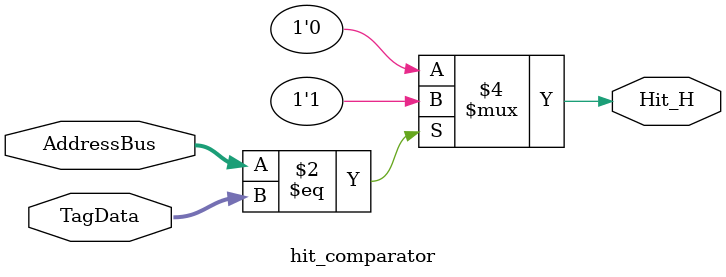
<source format=v>
module hit_comparator(
    input [20:0] AddressBus,
    input [20:0] TagData,
    output reg Hit_H
);

always @(AddressBus, TagData) begin
    if(AddressBus == TagData) Hit_H <= 1'b1;
    else Hit_H <= 1'b0;
end

endmodule
</source>
